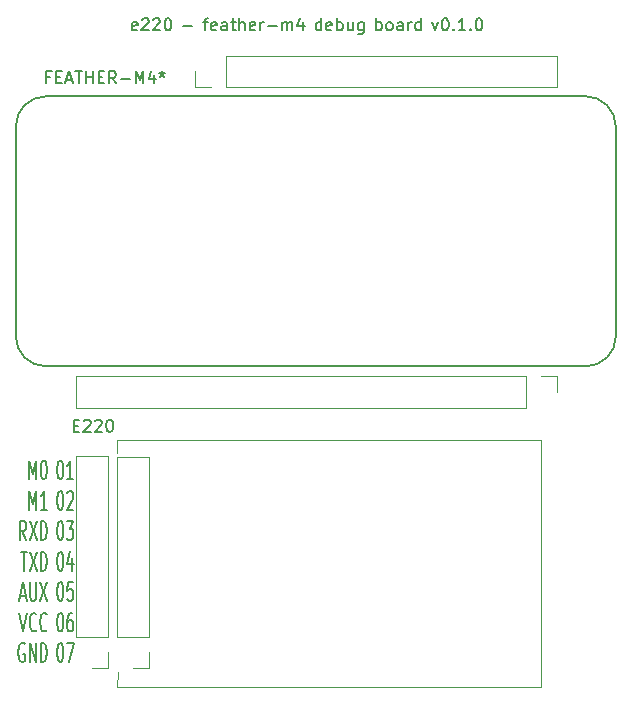
<source format=gbr>
%TF.GenerationSoftware,KiCad,Pcbnew,(7.0.0)*%
%TF.CreationDate,2023-02-28T10:19:26+09:00*%
%TF.ProjectId,feather-m4_e220_dbg_board,66656174-6865-4722-9d6d-345f65323230,0.1.1*%
%TF.SameCoordinates,Original*%
%TF.FileFunction,Legend,Top*%
%TF.FilePolarity,Positive*%
%FSLAX46Y46*%
G04 Gerber Fmt 4.6, Leading zero omitted, Abs format (unit mm)*
G04 Created by KiCad (PCBNEW (7.0.0)) date 2023-02-28 10:19:26*
%MOMM*%
%LPD*%
G01*
G04 APERTURE LIST*
%ADD10C,0.150000*%
%ADD11C,0.120000*%
%ADD12C,0.127000*%
%ADD13C,0.100000*%
G04 APERTURE END LIST*
D10*
X125574285Y-109899185D02*
X125574285Y-108309185D01*
X125574285Y-108309185D02*
X125874285Y-109444900D01*
X125874285Y-109444900D02*
X126174285Y-108309185D01*
X126174285Y-108309185D02*
X126174285Y-109899185D01*
X126774285Y-108309185D02*
X126859999Y-108309185D01*
X126859999Y-108309185D02*
X126945713Y-108384900D01*
X126945713Y-108384900D02*
X126988571Y-108460614D01*
X126988571Y-108460614D02*
X127031428Y-108612042D01*
X127031428Y-108612042D02*
X127074285Y-108914900D01*
X127074285Y-108914900D02*
X127074285Y-109293471D01*
X127074285Y-109293471D02*
X127031428Y-109596328D01*
X127031428Y-109596328D02*
X126988571Y-109747757D01*
X126988571Y-109747757D02*
X126945713Y-109823471D01*
X126945713Y-109823471D02*
X126859999Y-109899185D01*
X126859999Y-109899185D02*
X126774285Y-109899185D01*
X126774285Y-109899185D02*
X126688571Y-109823471D01*
X126688571Y-109823471D02*
X126645713Y-109747757D01*
X126645713Y-109747757D02*
X126602856Y-109596328D01*
X126602856Y-109596328D02*
X126559999Y-109293471D01*
X126559999Y-109293471D02*
X126559999Y-108914900D01*
X126559999Y-108914900D02*
X126602856Y-108612042D01*
X126602856Y-108612042D02*
X126645713Y-108460614D01*
X126645713Y-108460614D02*
X126688571Y-108384900D01*
X126688571Y-108384900D02*
X126774285Y-108309185D01*
X128171428Y-108309185D02*
X128257142Y-108309185D01*
X128257142Y-108309185D02*
X128342856Y-108384900D01*
X128342856Y-108384900D02*
X128385714Y-108460614D01*
X128385714Y-108460614D02*
X128428571Y-108612042D01*
X128428571Y-108612042D02*
X128471428Y-108914900D01*
X128471428Y-108914900D02*
X128471428Y-109293471D01*
X128471428Y-109293471D02*
X128428571Y-109596328D01*
X128428571Y-109596328D02*
X128385714Y-109747757D01*
X128385714Y-109747757D02*
X128342856Y-109823471D01*
X128342856Y-109823471D02*
X128257142Y-109899185D01*
X128257142Y-109899185D02*
X128171428Y-109899185D01*
X128171428Y-109899185D02*
X128085714Y-109823471D01*
X128085714Y-109823471D02*
X128042856Y-109747757D01*
X128042856Y-109747757D02*
X127999999Y-109596328D01*
X127999999Y-109596328D02*
X127957142Y-109293471D01*
X127957142Y-109293471D02*
X127957142Y-108914900D01*
X127957142Y-108914900D02*
X127999999Y-108612042D01*
X127999999Y-108612042D02*
X128042856Y-108460614D01*
X128042856Y-108460614D02*
X128085714Y-108384900D01*
X128085714Y-108384900D02*
X128171428Y-108309185D01*
X129328571Y-109899185D02*
X128814285Y-109899185D01*
X129071428Y-109899185D02*
X129071428Y-108309185D01*
X129071428Y-108309185D02*
X128985714Y-108536328D01*
X128985714Y-108536328D02*
X128899999Y-108687757D01*
X128899999Y-108687757D02*
X128814285Y-108763471D01*
X125574285Y-112474985D02*
X125574285Y-110884985D01*
X125574285Y-110884985D02*
X125874285Y-112020700D01*
X125874285Y-112020700D02*
X126174285Y-110884985D01*
X126174285Y-110884985D02*
X126174285Y-112474985D01*
X127074285Y-112474985D02*
X126559999Y-112474985D01*
X126817142Y-112474985D02*
X126817142Y-110884985D01*
X126817142Y-110884985D02*
X126731428Y-111112128D01*
X126731428Y-111112128D02*
X126645713Y-111263557D01*
X126645713Y-111263557D02*
X126559999Y-111339271D01*
X128171428Y-110884985D02*
X128257142Y-110884985D01*
X128257142Y-110884985D02*
X128342856Y-110960700D01*
X128342856Y-110960700D02*
X128385714Y-111036414D01*
X128385714Y-111036414D02*
X128428571Y-111187842D01*
X128428571Y-111187842D02*
X128471428Y-111490700D01*
X128471428Y-111490700D02*
X128471428Y-111869271D01*
X128471428Y-111869271D02*
X128428571Y-112172128D01*
X128428571Y-112172128D02*
X128385714Y-112323557D01*
X128385714Y-112323557D02*
X128342856Y-112399271D01*
X128342856Y-112399271D02*
X128257142Y-112474985D01*
X128257142Y-112474985D02*
X128171428Y-112474985D01*
X128171428Y-112474985D02*
X128085714Y-112399271D01*
X128085714Y-112399271D02*
X128042856Y-112323557D01*
X128042856Y-112323557D02*
X127999999Y-112172128D01*
X127999999Y-112172128D02*
X127957142Y-111869271D01*
X127957142Y-111869271D02*
X127957142Y-111490700D01*
X127957142Y-111490700D02*
X127999999Y-111187842D01*
X127999999Y-111187842D02*
X128042856Y-111036414D01*
X128042856Y-111036414D02*
X128085714Y-110960700D01*
X128085714Y-110960700D02*
X128171428Y-110884985D01*
X128814285Y-111036414D02*
X128857142Y-110960700D01*
X128857142Y-110960700D02*
X128942857Y-110884985D01*
X128942857Y-110884985D02*
X129157142Y-110884985D01*
X129157142Y-110884985D02*
X129242857Y-110960700D01*
X129242857Y-110960700D02*
X129285714Y-111036414D01*
X129285714Y-111036414D02*
X129328571Y-111187842D01*
X129328571Y-111187842D02*
X129328571Y-111339271D01*
X129328571Y-111339271D02*
X129285714Y-111566414D01*
X129285714Y-111566414D02*
X128771428Y-112474985D01*
X128771428Y-112474985D02*
X129328571Y-112474985D01*
X125317142Y-115050785D02*
X125017142Y-114293642D01*
X124802856Y-115050785D02*
X124802856Y-113460785D01*
X124802856Y-113460785D02*
X125145713Y-113460785D01*
X125145713Y-113460785D02*
X125231428Y-113536500D01*
X125231428Y-113536500D02*
X125274285Y-113612214D01*
X125274285Y-113612214D02*
X125317142Y-113763642D01*
X125317142Y-113763642D02*
X125317142Y-113990785D01*
X125317142Y-113990785D02*
X125274285Y-114142214D01*
X125274285Y-114142214D02*
X125231428Y-114217928D01*
X125231428Y-114217928D02*
X125145713Y-114293642D01*
X125145713Y-114293642D02*
X124802856Y-114293642D01*
X125617142Y-113460785D02*
X126217142Y-115050785D01*
X126217142Y-113460785D02*
X125617142Y-115050785D01*
X126559999Y-115050785D02*
X126559999Y-113460785D01*
X126559999Y-113460785D02*
X126774285Y-113460785D01*
X126774285Y-113460785D02*
X126902856Y-113536500D01*
X126902856Y-113536500D02*
X126988571Y-113687928D01*
X126988571Y-113687928D02*
X127031428Y-113839357D01*
X127031428Y-113839357D02*
X127074285Y-114142214D01*
X127074285Y-114142214D02*
X127074285Y-114369357D01*
X127074285Y-114369357D02*
X127031428Y-114672214D01*
X127031428Y-114672214D02*
X126988571Y-114823642D01*
X126988571Y-114823642D02*
X126902856Y-114975071D01*
X126902856Y-114975071D02*
X126774285Y-115050785D01*
X126774285Y-115050785D02*
X126559999Y-115050785D01*
X128171428Y-113460785D02*
X128257142Y-113460785D01*
X128257142Y-113460785D02*
X128342856Y-113536500D01*
X128342856Y-113536500D02*
X128385714Y-113612214D01*
X128385714Y-113612214D02*
X128428571Y-113763642D01*
X128428571Y-113763642D02*
X128471428Y-114066500D01*
X128471428Y-114066500D02*
X128471428Y-114445071D01*
X128471428Y-114445071D02*
X128428571Y-114747928D01*
X128428571Y-114747928D02*
X128385714Y-114899357D01*
X128385714Y-114899357D02*
X128342856Y-114975071D01*
X128342856Y-114975071D02*
X128257142Y-115050785D01*
X128257142Y-115050785D02*
X128171428Y-115050785D01*
X128171428Y-115050785D02*
X128085714Y-114975071D01*
X128085714Y-114975071D02*
X128042856Y-114899357D01*
X128042856Y-114899357D02*
X127999999Y-114747928D01*
X127999999Y-114747928D02*
X127957142Y-114445071D01*
X127957142Y-114445071D02*
X127957142Y-114066500D01*
X127957142Y-114066500D02*
X127999999Y-113763642D01*
X127999999Y-113763642D02*
X128042856Y-113612214D01*
X128042856Y-113612214D02*
X128085714Y-113536500D01*
X128085714Y-113536500D02*
X128171428Y-113460785D01*
X128771428Y-113460785D02*
X129328571Y-113460785D01*
X129328571Y-113460785D02*
X129028571Y-114066500D01*
X129028571Y-114066500D02*
X129157142Y-114066500D01*
X129157142Y-114066500D02*
X129242857Y-114142214D01*
X129242857Y-114142214D02*
X129285714Y-114217928D01*
X129285714Y-114217928D02*
X129328571Y-114369357D01*
X129328571Y-114369357D02*
X129328571Y-114747928D01*
X129328571Y-114747928D02*
X129285714Y-114899357D01*
X129285714Y-114899357D02*
X129242857Y-114975071D01*
X129242857Y-114975071D02*
X129157142Y-115050785D01*
X129157142Y-115050785D02*
X128899999Y-115050785D01*
X128899999Y-115050785D02*
X128814285Y-114975071D01*
X128814285Y-114975071D02*
X128771428Y-114899357D01*
X124888571Y-116036585D02*
X125402857Y-116036585D01*
X125145714Y-117626585D02*
X125145714Y-116036585D01*
X125617142Y-116036585D02*
X126217142Y-117626585D01*
X126217142Y-116036585D02*
X125617142Y-117626585D01*
X126559999Y-117626585D02*
X126559999Y-116036585D01*
X126559999Y-116036585D02*
X126774285Y-116036585D01*
X126774285Y-116036585D02*
X126902856Y-116112300D01*
X126902856Y-116112300D02*
X126988571Y-116263728D01*
X126988571Y-116263728D02*
X127031428Y-116415157D01*
X127031428Y-116415157D02*
X127074285Y-116718014D01*
X127074285Y-116718014D02*
X127074285Y-116945157D01*
X127074285Y-116945157D02*
X127031428Y-117248014D01*
X127031428Y-117248014D02*
X126988571Y-117399442D01*
X126988571Y-117399442D02*
X126902856Y-117550871D01*
X126902856Y-117550871D02*
X126774285Y-117626585D01*
X126774285Y-117626585D02*
X126559999Y-117626585D01*
X128171428Y-116036585D02*
X128257142Y-116036585D01*
X128257142Y-116036585D02*
X128342856Y-116112300D01*
X128342856Y-116112300D02*
X128385714Y-116188014D01*
X128385714Y-116188014D02*
X128428571Y-116339442D01*
X128428571Y-116339442D02*
X128471428Y-116642300D01*
X128471428Y-116642300D02*
X128471428Y-117020871D01*
X128471428Y-117020871D02*
X128428571Y-117323728D01*
X128428571Y-117323728D02*
X128385714Y-117475157D01*
X128385714Y-117475157D02*
X128342856Y-117550871D01*
X128342856Y-117550871D02*
X128257142Y-117626585D01*
X128257142Y-117626585D02*
X128171428Y-117626585D01*
X128171428Y-117626585D02*
X128085714Y-117550871D01*
X128085714Y-117550871D02*
X128042856Y-117475157D01*
X128042856Y-117475157D02*
X127999999Y-117323728D01*
X127999999Y-117323728D02*
X127957142Y-117020871D01*
X127957142Y-117020871D02*
X127957142Y-116642300D01*
X127957142Y-116642300D02*
X127999999Y-116339442D01*
X127999999Y-116339442D02*
X128042856Y-116188014D01*
X128042856Y-116188014D02*
X128085714Y-116112300D01*
X128085714Y-116112300D02*
X128171428Y-116036585D01*
X129242857Y-116566585D02*
X129242857Y-117626585D01*
X129028571Y-115960871D02*
X128814285Y-117096585D01*
X128814285Y-117096585D02*
X129371428Y-117096585D01*
X124845713Y-119748100D02*
X125274285Y-119748100D01*
X124759999Y-120202385D02*
X125059999Y-118612385D01*
X125059999Y-118612385D02*
X125359999Y-120202385D01*
X125659999Y-118612385D02*
X125659999Y-119899528D01*
X125659999Y-119899528D02*
X125702856Y-120050957D01*
X125702856Y-120050957D02*
X125745714Y-120126671D01*
X125745714Y-120126671D02*
X125831428Y-120202385D01*
X125831428Y-120202385D02*
X126002856Y-120202385D01*
X126002856Y-120202385D02*
X126088571Y-120126671D01*
X126088571Y-120126671D02*
X126131428Y-120050957D01*
X126131428Y-120050957D02*
X126174285Y-119899528D01*
X126174285Y-119899528D02*
X126174285Y-118612385D01*
X126517142Y-118612385D02*
X127117142Y-120202385D01*
X127117142Y-118612385D02*
X126517142Y-120202385D01*
X128171428Y-118612385D02*
X128257142Y-118612385D01*
X128257142Y-118612385D02*
X128342856Y-118688100D01*
X128342856Y-118688100D02*
X128385714Y-118763814D01*
X128385714Y-118763814D02*
X128428571Y-118915242D01*
X128428571Y-118915242D02*
X128471428Y-119218100D01*
X128471428Y-119218100D02*
X128471428Y-119596671D01*
X128471428Y-119596671D02*
X128428571Y-119899528D01*
X128428571Y-119899528D02*
X128385714Y-120050957D01*
X128385714Y-120050957D02*
X128342856Y-120126671D01*
X128342856Y-120126671D02*
X128257142Y-120202385D01*
X128257142Y-120202385D02*
X128171428Y-120202385D01*
X128171428Y-120202385D02*
X128085714Y-120126671D01*
X128085714Y-120126671D02*
X128042856Y-120050957D01*
X128042856Y-120050957D02*
X127999999Y-119899528D01*
X127999999Y-119899528D02*
X127957142Y-119596671D01*
X127957142Y-119596671D02*
X127957142Y-119218100D01*
X127957142Y-119218100D02*
X127999999Y-118915242D01*
X127999999Y-118915242D02*
X128042856Y-118763814D01*
X128042856Y-118763814D02*
X128085714Y-118688100D01*
X128085714Y-118688100D02*
X128171428Y-118612385D01*
X129285714Y-118612385D02*
X128857142Y-118612385D01*
X128857142Y-118612385D02*
X128814285Y-119369528D01*
X128814285Y-119369528D02*
X128857142Y-119293814D01*
X128857142Y-119293814D02*
X128942857Y-119218100D01*
X128942857Y-119218100D02*
X129157142Y-119218100D01*
X129157142Y-119218100D02*
X129242857Y-119293814D01*
X129242857Y-119293814D02*
X129285714Y-119369528D01*
X129285714Y-119369528D02*
X129328571Y-119520957D01*
X129328571Y-119520957D02*
X129328571Y-119899528D01*
X129328571Y-119899528D02*
X129285714Y-120050957D01*
X129285714Y-120050957D02*
X129242857Y-120126671D01*
X129242857Y-120126671D02*
X129157142Y-120202385D01*
X129157142Y-120202385D02*
X128942857Y-120202385D01*
X128942857Y-120202385D02*
X128857142Y-120126671D01*
X128857142Y-120126671D02*
X128814285Y-120050957D01*
X124759999Y-121188185D02*
X125059999Y-122778185D01*
X125059999Y-122778185D02*
X125359999Y-121188185D01*
X126174285Y-122626757D02*
X126131428Y-122702471D01*
X126131428Y-122702471D02*
X126002856Y-122778185D01*
X126002856Y-122778185D02*
X125917142Y-122778185D01*
X125917142Y-122778185D02*
X125788571Y-122702471D01*
X125788571Y-122702471D02*
X125702856Y-122551042D01*
X125702856Y-122551042D02*
X125659999Y-122399614D01*
X125659999Y-122399614D02*
X125617142Y-122096757D01*
X125617142Y-122096757D02*
X125617142Y-121869614D01*
X125617142Y-121869614D02*
X125659999Y-121566757D01*
X125659999Y-121566757D02*
X125702856Y-121415328D01*
X125702856Y-121415328D02*
X125788571Y-121263900D01*
X125788571Y-121263900D02*
X125917142Y-121188185D01*
X125917142Y-121188185D02*
X126002856Y-121188185D01*
X126002856Y-121188185D02*
X126131428Y-121263900D01*
X126131428Y-121263900D02*
X126174285Y-121339614D01*
X127074285Y-122626757D02*
X127031428Y-122702471D01*
X127031428Y-122702471D02*
X126902856Y-122778185D01*
X126902856Y-122778185D02*
X126817142Y-122778185D01*
X126817142Y-122778185D02*
X126688571Y-122702471D01*
X126688571Y-122702471D02*
X126602856Y-122551042D01*
X126602856Y-122551042D02*
X126559999Y-122399614D01*
X126559999Y-122399614D02*
X126517142Y-122096757D01*
X126517142Y-122096757D02*
X126517142Y-121869614D01*
X126517142Y-121869614D02*
X126559999Y-121566757D01*
X126559999Y-121566757D02*
X126602856Y-121415328D01*
X126602856Y-121415328D02*
X126688571Y-121263900D01*
X126688571Y-121263900D02*
X126817142Y-121188185D01*
X126817142Y-121188185D02*
X126902856Y-121188185D01*
X126902856Y-121188185D02*
X127031428Y-121263900D01*
X127031428Y-121263900D02*
X127074285Y-121339614D01*
X128171428Y-121188185D02*
X128257142Y-121188185D01*
X128257142Y-121188185D02*
X128342856Y-121263900D01*
X128342856Y-121263900D02*
X128385714Y-121339614D01*
X128385714Y-121339614D02*
X128428571Y-121491042D01*
X128428571Y-121491042D02*
X128471428Y-121793900D01*
X128471428Y-121793900D02*
X128471428Y-122172471D01*
X128471428Y-122172471D02*
X128428571Y-122475328D01*
X128428571Y-122475328D02*
X128385714Y-122626757D01*
X128385714Y-122626757D02*
X128342856Y-122702471D01*
X128342856Y-122702471D02*
X128257142Y-122778185D01*
X128257142Y-122778185D02*
X128171428Y-122778185D01*
X128171428Y-122778185D02*
X128085714Y-122702471D01*
X128085714Y-122702471D02*
X128042856Y-122626757D01*
X128042856Y-122626757D02*
X127999999Y-122475328D01*
X127999999Y-122475328D02*
X127957142Y-122172471D01*
X127957142Y-122172471D02*
X127957142Y-121793900D01*
X127957142Y-121793900D02*
X127999999Y-121491042D01*
X127999999Y-121491042D02*
X128042856Y-121339614D01*
X128042856Y-121339614D02*
X128085714Y-121263900D01*
X128085714Y-121263900D02*
X128171428Y-121188185D01*
X129242857Y-121188185D02*
X129071428Y-121188185D01*
X129071428Y-121188185D02*
X128985714Y-121263900D01*
X128985714Y-121263900D02*
X128942857Y-121339614D01*
X128942857Y-121339614D02*
X128857142Y-121566757D01*
X128857142Y-121566757D02*
X128814285Y-121869614D01*
X128814285Y-121869614D02*
X128814285Y-122475328D01*
X128814285Y-122475328D02*
X128857142Y-122626757D01*
X128857142Y-122626757D02*
X128899999Y-122702471D01*
X128899999Y-122702471D02*
X128985714Y-122778185D01*
X128985714Y-122778185D02*
X129157142Y-122778185D01*
X129157142Y-122778185D02*
X129242857Y-122702471D01*
X129242857Y-122702471D02*
X129285714Y-122626757D01*
X129285714Y-122626757D02*
X129328571Y-122475328D01*
X129328571Y-122475328D02*
X129328571Y-122096757D01*
X129328571Y-122096757D02*
X129285714Y-121945328D01*
X129285714Y-121945328D02*
X129242857Y-121869614D01*
X129242857Y-121869614D02*
X129157142Y-121793900D01*
X129157142Y-121793900D02*
X128985714Y-121793900D01*
X128985714Y-121793900D02*
X128899999Y-121869614D01*
X128899999Y-121869614D02*
X128857142Y-121945328D01*
X128857142Y-121945328D02*
X128814285Y-122096757D01*
X125188571Y-123839700D02*
X125102857Y-123763985D01*
X125102857Y-123763985D02*
X124974285Y-123763985D01*
X124974285Y-123763985D02*
X124845714Y-123839700D01*
X124845714Y-123839700D02*
X124759999Y-123991128D01*
X124759999Y-123991128D02*
X124717142Y-124142557D01*
X124717142Y-124142557D02*
X124674285Y-124445414D01*
X124674285Y-124445414D02*
X124674285Y-124672557D01*
X124674285Y-124672557D02*
X124717142Y-124975414D01*
X124717142Y-124975414D02*
X124759999Y-125126842D01*
X124759999Y-125126842D02*
X124845714Y-125278271D01*
X124845714Y-125278271D02*
X124974285Y-125353985D01*
X124974285Y-125353985D02*
X125059999Y-125353985D01*
X125059999Y-125353985D02*
X125188571Y-125278271D01*
X125188571Y-125278271D02*
X125231428Y-125202557D01*
X125231428Y-125202557D02*
X125231428Y-124672557D01*
X125231428Y-124672557D02*
X125059999Y-124672557D01*
X125617142Y-125353985D02*
X125617142Y-123763985D01*
X125617142Y-123763985D02*
X126131428Y-125353985D01*
X126131428Y-125353985D02*
X126131428Y-123763985D01*
X126559999Y-125353985D02*
X126559999Y-123763985D01*
X126559999Y-123763985D02*
X126774285Y-123763985D01*
X126774285Y-123763985D02*
X126902856Y-123839700D01*
X126902856Y-123839700D02*
X126988571Y-123991128D01*
X126988571Y-123991128D02*
X127031428Y-124142557D01*
X127031428Y-124142557D02*
X127074285Y-124445414D01*
X127074285Y-124445414D02*
X127074285Y-124672557D01*
X127074285Y-124672557D02*
X127031428Y-124975414D01*
X127031428Y-124975414D02*
X126988571Y-125126842D01*
X126988571Y-125126842D02*
X126902856Y-125278271D01*
X126902856Y-125278271D02*
X126774285Y-125353985D01*
X126774285Y-125353985D02*
X126559999Y-125353985D01*
X128171428Y-123763985D02*
X128257142Y-123763985D01*
X128257142Y-123763985D02*
X128342856Y-123839700D01*
X128342856Y-123839700D02*
X128385714Y-123915414D01*
X128385714Y-123915414D02*
X128428571Y-124066842D01*
X128428571Y-124066842D02*
X128471428Y-124369700D01*
X128471428Y-124369700D02*
X128471428Y-124748271D01*
X128471428Y-124748271D02*
X128428571Y-125051128D01*
X128428571Y-125051128D02*
X128385714Y-125202557D01*
X128385714Y-125202557D02*
X128342856Y-125278271D01*
X128342856Y-125278271D02*
X128257142Y-125353985D01*
X128257142Y-125353985D02*
X128171428Y-125353985D01*
X128171428Y-125353985D02*
X128085714Y-125278271D01*
X128085714Y-125278271D02*
X128042856Y-125202557D01*
X128042856Y-125202557D02*
X127999999Y-125051128D01*
X127999999Y-125051128D02*
X127957142Y-124748271D01*
X127957142Y-124748271D02*
X127957142Y-124369700D01*
X127957142Y-124369700D02*
X127999999Y-124066842D01*
X127999999Y-124066842D02*
X128042856Y-123915414D01*
X128042856Y-123915414D02*
X128085714Y-123839700D01*
X128085714Y-123839700D02*
X128171428Y-123763985D01*
X128771428Y-123763985D02*
X129371428Y-123763985D01*
X129371428Y-123763985D02*
X128985714Y-125353985D01*
X134709047Y-71824761D02*
X134613809Y-71872380D01*
X134613809Y-71872380D02*
X134423333Y-71872380D01*
X134423333Y-71872380D02*
X134328095Y-71824761D01*
X134328095Y-71824761D02*
X134280476Y-71729523D01*
X134280476Y-71729523D02*
X134280476Y-71348571D01*
X134280476Y-71348571D02*
X134328095Y-71253333D01*
X134328095Y-71253333D02*
X134423333Y-71205714D01*
X134423333Y-71205714D02*
X134613809Y-71205714D01*
X134613809Y-71205714D02*
X134709047Y-71253333D01*
X134709047Y-71253333D02*
X134756666Y-71348571D01*
X134756666Y-71348571D02*
X134756666Y-71443809D01*
X134756666Y-71443809D02*
X134280476Y-71539047D01*
X135137619Y-70967619D02*
X135185238Y-70920000D01*
X135185238Y-70920000D02*
X135280476Y-70872380D01*
X135280476Y-70872380D02*
X135518571Y-70872380D01*
X135518571Y-70872380D02*
X135613809Y-70920000D01*
X135613809Y-70920000D02*
X135661428Y-70967619D01*
X135661428Y-70967619D02*
X135709047Y-71062857D01*
X135709047Y-71062857D02*
X135709047Y-71158095D01*
X135709047Y-71158095D02*
X135661428Y-71300952D01*
X135661428Y-71300952D02*
X135090000Y-71872380D01*
X135090000Y-71872380D02*
X135709047Y-71872380D01*
X136090000Y-70967619D02*
X136137619Y-70920000D01*
X136137619Y-70920000D02*
X136232857Y-70872380D01*
X136232857Y-70872380D02*
X136470952Y-70872380D01*
X136470952Y-70872380D02*
X136566190Y-70920000D01*
X136566190Y-70920000D02*
X136613809Y-70967619D01*
X136613809Y-70967619D02*
X136661428Y-71062857D01*
X136661428Y-71062857D02*
X136661428Y-71158095D01*
X136661428Y-71158095D02*
X136613809Y-71300952D01*
X136613809Y-71300952D02*
X136042381Y-71872380D01*
X136042381Y-71872380D02*
X136661428Y-71872380D01*
X137280476Y-70872380D02*
X137375714Y-70872380D01*
X137375714Y-70872380D02*
X137470952Y-70920000D01*
X137470952Y-70920000D02*
X137518571Y-70967619D01*
X137518571Y-70967619D02*
X137566190Y-71062857D01*
X137566190Y-71062857D02*
X137613809Y-71253333D01*
X137613809Y-71253333D02*
X137613809Y-71491428D01*
X137613809Y-71491428D02*
X137566190Y-71681904D01*
X137566190Y-71681904D02*
X137518571Y-71777142D01*
X137518571Y-71777142D02*
X137470952Y-71824761D01*
X137470952Y-71824761D02*
X137375714Y-71872380D01*
X137375714Y-71872380D02*
X137280476Y-71872380D01*
X137280476Y-71872380D02*
X137185238Y-71824761D01*
X137185238Y-71824761D02*
X137137619Y-71777142D01*
X137137619Y-71777142D02*
X137090000Y-71681904D01*
X137090000Y-71681904D02*
X137042381Y-71491428D01*
X137042381Y-71491428D02*
X137042381Y-71253333D01*
X137042381Y-71253333D02*
X137090000Y-71062857D01*
X137090000Y-71062857D02*
X137137619Y-70967619D01*
X137137619Y-70967619D02*
X137185238Y-70920000D01*
X137185238Y-70920000D02*
X137280476Y-70872380D01*
X138642381Y-71491428D02*
X139404286Y-71491428D01*
X140337619Y-71205714D02*
X140718571Y-71205714D01*
X140480476Y-71872380D02*
X140480476Y-71015238D01*
X140480476Y-71015238D02*
X140528095Y-70920000D01*
X140528095Y-70920000D02*
X140623333Y-70872380D01*
X140623333Y-70872380D02*
X140718571Y-70872380D01*
X141432857Y-71824761D02*
X141337619Y-71872380D01*
X141337619Y-71872380D02*
X141147143Y-71872380D01*
X141147143Y-71872380D02*
X141051905Y-71824761D01*
X141051905Y-71824761D02*
X141004286Y-71729523D01*
X141004286Y-71729523D02*
X141004286Y-71348571D01*
X141004286Y-71348571D02*
X141051905Y-71253333D01*
X141051905Y-71253333D02*
X141147143Y-71205714D01*
X141147143Y-71205714D02*
X141337619Y-71205714D01*
X141337619Y-71205714D02*
X141432857Y-71253333D01*
X141432857Y-71253333D02*
X141480476Y-71348571D01*
X141480476Y-71348571D02*
X141480476Y-71443809D01*
X141480476Y-71443809D02*
X141004286Y-71539047D01*
X142337619Y-71872380D02*
X142337619Y-71348571D01*
X142337619Y-71348571D02*
X142290000Y-71253333D01*
X142290000Y-71253333D02*
X142194762Y-71205714D01*
X142194762Y-71205714D02*
X142004286Y-71205714D01*
X142004286Y-71205714D02*
X141909048Y-71253333D01*
X142337619Y-71824761D02*
X142242381Y-71872380D01*
X142242381Y-71872380D02*
X142004286Y-71872380D01*
X142004286Y-71872380D02*
X141909048Y-71824761D01*
X141909048Y-71824761D02*
X141861429Y-71729523D01*
X141861429Y-71729523D02*
X141861429Y-71634285D01*
X141861429Y-71634285D02*
X141909048Y-71539047D01*
X141909048Y-71539047D02*
X142004286Y-71491428D01*
X142004286Y-71491428D02*
X142242381Y-71491428D01*
X142242381Y-71491428D02*
X142337619Y-71443809D01*
X142670953Y-71205714D02*
X143051905Y-71205714D01*
X142813810Y-70872380D02*
X142813810Y-71729523D01*
X142813810Y-71729523D02*
X142861429Y-71824761D01*
X142861429Y-71824761D02*
X142956667Y-71872380D01*
X142956667Y-71872380D02*
X143051905Y-71872380D01*
X143385239Y-71872380D02*
X143385239Y-70872380D01*
X143813810Y-71872380D02*
X143813810Y-71348571D01*
X143813810Y-71348571D02*
X143766191Y-71253333D01*
X143766191Y-71253333D02*
X143670953Y-71205714D01*
X143670953Y-71205714D02*
X143528096Y-71205714D01*
X143528096Y-71205714D02*
X143432858Y-71253333D01*
X143432858Y-71253333D02*
X143385239Y-71300952D01*
X144670953Y-71824761D02*
X144575715Y-71872380D01*
X144575715Y-71872380D02*
X144385239Y-71872380D01*
X144385239Y-71872380D02*
X144290001Y-71824761D01*
X144290001Y-71824761D02*
X144242382Y-71729523D01*
X144242382Y-71729523D02*
X144242382Y-71348571D01*
X144242382Y-71348571D02*
X144290001Y-71253333D01*
X144290001Y-71253333D02*
X144385239Y-71205714D01*
X144385239Y-71205714D02*
X144575715Y-71205714D01*
X144575715Y-71205714D02*
X144670953Y-71253333D01*
X144670953Y-71253333D02*
X144718572Y-71348571D01*
X144718572Y-71348571D02*
X144718572Y-71443809D01*
X144718572Y-71443809D02*
X144242382Y-71539047D01*
X145147144Y-71872380D02*
X145147144Y-71205714D01*
X145147144Y-71396190D02*
X145194763Y-71300952D01*
X145194763Y-71300952D02*
X145242382Y-71253333D01*
X145242382Y-71253333D02*
X145337620Y-71205714D01*
X145337620Y-71205714D02*
X145432858Y-71205714D01*
X145766192Y-71491428D02*
X146528097Y-71491428D01*
X147004287Y-71872380D02*
X147004287Y-71205714D01*
X147004287Y-71300952D02*
X147051906Y-71253333D01*
X147051906Y-71253333D02*
X147147144Y-71205714D01*
X147147144Y-71205714D02*
X147290001Y-71205714D01*
X147290001Y-71205714D02*
X147385239Y-71253333D01*
X147385239Y-71253333D02*
X147432858Y-71348571D01*
X147432858Y-71348571D02*
X147432858Y-71872380D01*
X147432858Y-71348571D02*
X147480477Y-71253333D01*
X147480477Y-71253333D02*
X147575715Y-71205714D01*
X147575715Y-71205714D02*
X147718572Y-71205714D01*
X147718572Y-71205714D02*
X147813811Y-71253333D01*
X147813811Y-71253333D02*
X147861430Y-71348571D01*
X147861430Y-71348571D02*
X147861430Y-71872380D01*
X148766191Y-71205714D02*
X148766191Y-71872380D01*
X148528096Y-70824761D02*
X148290001Y-71539047D01*
X148290001Y-71539047D02*
X148909048Y-71539047D01*
X150318572Y-71872380D02*
X150318572Y-70872380D01*
X150318572Y-71824761D02*
X150223334Y-71872380D01*
X150223334Y-71872380D02*
X150032858Y-71872380D01*
X150032858Y-71872380D02*
X149937620Y-71824761D01*
X149937620Y-71824761D02*
X149890001Y-71777142D01*
X149890001Y-71777142D02*
X149842382Y-71681904D01*
X149842382Y-71681904D02*
X149842382Y-71396190D01*
X149842382Y-71396190D02*
X149890001Y-71300952D01*
X149890001Y-71300952D02*
X149937620Y-71253333D01*
X149937620Y-71253333D02*
X150032858Y-71205714D01*
X150032858Y-71205714D02*
X150223334Y-71205714D01*
X150223334Y-71205714D02*
X150318572Y-71253333D01*
X151175715Y-71824761D02*
X151080477Y-71872380D01*
X151080477Y-71872380D02*
X150890001Y-71872380D01*
X150890001Y-71872380D02*
X150794763Y-71824761D01*
X150794763Y-71824761D02*
X150747144Y-71729523D01*
X150747144Y-71729523D02*
X150747144Y-71348571D01*
X150747144Y-71348571D02*
X150794763Y-71253333D01*
X150794763Y-71253333D02*
X150890001Y-71205714D01*
X150890001Y-71205714D02*
X151080477Y-71205714D01*
X151080477Y-71205714D02*
X151175715Y-71253333D01*
X151175715Y-71253333D02*
X151223334Y-71348571D01*
X151223334Y-71348571D02*
X151223334Y-71443809D01*
X151223334Y-71443809D02*
X150747144Y-71539047D01*
X151651906Y-71872380D02*
X151651906Y-70872380D01*
X151651906Y-71253333D02*
X151747144Y-71205714D01*
X151747144Y-71205714D02*
X151937620Y-71205714D01*
X151937620Y-71205714D02*
X152032858Y-71253333D01*
X152032858Y-71253333D02*
X152080477Y-71300952D01*
X152080477Y-71300952D02*
X152128096Y-71396190D01*
X152128096Y-71396190D02*
X152128096Y-71681904D01*
X152128096Y-71681904D02*
X152080477Y-71777142D01*
X152080477Y-71777142D02*
X152032858Y-71824761D01*
X152032858Y-71824761D02*
X151937620Y-71872380D01*
X151937620Y-71872380D02*
X151747144Y-71872380D01*
X151747144Y-71872380D02*
X151651906Y-71824761D01*
X152985239Y-71205714D02*
X152985239Y-71872380D01*
X152556668Y-71205714D02*
X152556668Y-71729523D01*
X152556668Y-71729523D02*
X152604287Y-71824761D01*
X152604287Y-71824761D02*
X152699525Y-71872380D01*
X152699525Y-71872380D02*
X152842382Y-71872380D01*
X152842382Y-71872380D02*
X152937620Y-71824761D01*
X152937620Y-71824761D02*
X152985239Y-71777142D01*
X153890001Y-71205714D02*
X153890001Y-72015238D01*
X153890001Y-72015238D02*
X153842382Y-72110476D01*
X153842382Y-72110476D02*
X153794763Y-72158095D01*
X153794763Y-72158095D02*
X153699525Y-72205714D01*
X153699525Y-72205714D02*
X153556668Y-72205714D01*
X153556668Y-72205714D02*
X153461430Y-72158095D01*
X153890001Y-71824761D02*
X153794763Y-71872380D01*
X153794763Y-71872380D02*
X153604287Y-71872380D01*
X153604287Y-71872380D02*
X153509049Y-71824761D01*
X153509049Y-71824761D02*
X153461430Y-71777142D01*
X153461430Y-71777142D02*
X153413811Y-71681904D01*
X153413811Y-71681904D02*
X153413811Y-71396190D01*
X153413811Y-71396190D02*
X153461430Y-71300952D01*
X153461430Y-71300952D02*
X153509049Y-71253333D01*
X153509049Y-71253333D02*
X153604287Y-71205714D01*
X153604287Y-71205714D02*
X153794763Y-71205714D01*
X153794763Y-71205714D02*
X153890001Y-71253333D01*
X154966192Y-71872380D02*
X154966192Y-70872380D01*
X154966192Y-71253333D02*
X155061430Y-71205714D01*
X155061430Y-71205714D02*
X155251906Y-71205714D01*
X155251906Y-71205714D02*
X155347144Y-71253333D01*
X155347144Y-71253333D02*
X155394763Y-71300952D01*
X155394763Y-71300952D02*
X155442382Y-71396190D01*
X155442382Y-71396190D02*
X155442382Y-71681904D01*
X155442382Y-71681904D02*
X155394763Y-71777142D01*
X155394763Y-71777142D02*
X155347144Y-71824761D01*
X155347144Y-71824761D02*
X155251906Y-71872380D01*
X155251906Y-71872380D02*
X155061430Y-71872380D01*
X155061430Y-71872380D02*
X154966192Y-71824761D01*
X156013811Y-71872380D02*
X155918573Y-71824761D01*
X155918573Y-71824761D02*
X155870954Y-71777142D01*
X155870954Y-71777142D02*
X155823335Y-71681904D01*
X155823335Y-71681904D02*
X155823335Y-71396190D01*
X155823335Y-71396190D02*
X155870954Y-71300952D01*
X155870954Y-71300952D02*
X155918573Y-71253333D01*
X155918573Y-71253333D02*
X156013811Y-71205714D01*
X156013811Y-71205714D02*
X156156668Y-71205714D01*
X156156668Y-71205714D02*
X156251906Y-71253333D01*
X156251906Y-71253333D02*
X156299525Y-71300952D01*
X156299525Y-71300952D02*
X156347144Y-71396190D01*
X156347144Y-71396190D02*
X156347144Y-71681904D01*
X156347144Y-71681904D02*
X156299525Y-71777142D01*
X156299525Y-71777142D02*
X156251906Y-71824761D01*
X156251906Y-71824761D02*
X156156668Y-71872380D01*
X156156668Y-71872380D02*
X156013811Y-71872380D01*
X157204287Y-71872380D02*
X157204287Y-71348571D01*
X157204287Y-71348571D02*
X157156668Y-71253333D01*
X157156668Y-71253333D02*
X157061430Y-71205714D01*
X157061430Y-71205714D02*
X156870954Y-71205714D01*
X156870954Y-71205714D02*
X156775716Y-71253333D01*
X157204287Y-71824761D02*
X157109049Y-71872380D01*
X157109049Y-71872380D02*
X156870954Y-71872380D01*
X156870954Y-71872380D02*
X156775716Y-71824761D01*
X156775716Y-71824761D02*
X156728097Y-71729523D01*
X156728097Y-71729523D02*
X156728097Y-71634285D01*
X156728097Y-71634285D02*
X156775716Y-71539047D01*
X156775716Y-71539047D02*
X156870954Y-71491428D01*
X156870954Y-71491428D02*
X157109049Y-71491428D01*
X157109049Y-71491428D02*
X157204287Y-71443809D01*
X157680478Y-71872380D02*
X157680478Y-71205714D01*
X157680478Y-71396190D02*
X157728097Y-71300952D01*
X157728097Y-71300952D02*
X157775716Y-71253333D01*
X157775716Y-71253333D02*
X157870954Y-71205714D01*
X157870954Y-71205714D02*
X157966192Y-71205714D01*
X158728097Y-71872380D02*
X158728097Y-70872380D01*
X158728097Y-71824761D02*
X158632859Y-71872380D01*
X158632859Y-71872380D02*
X158442383Y-71872380D01*
X158442383Y-71872380D02*
X158347145Y-71824761D01*
X158347145Y-71824761D02*
X158299526Y-71777142D01*
X158299526Y-71777142D02*
X158251907Y-71681904D01*
X158251907Y-71681904D02*
X158251907Y-71396190D01*
X158251907Y-71396190D02*
X158299526Y-71300952D01*
X158299526Y-71300952D02*
X158347145Y-71253333D01*
X158347145Y-71253333D02*
X158442383Y-71205714D01*
X158442383Y-71205714D02*
X158632859Y-71205714D01*
X158632859Y-71205714D02*
X158728097Y-71253333D01*
X159709050Y-71205714D02*
X159947145Y-71872380D01*
X159947145Y-71872380D02*
X160185240Y-71205714D01*
X160756669Y-70872380D02*
X160851907Y-70872380D01*
X160851907Y-70872380D02*
X160947145Y-70920000D01*
X160947145Y-70920000D02*
X160994764Y-70967619D01*
X160994764Y-70967619D02*
X161042383Y-71062857D01*
X161042383Y-71062857D02*
X161090002Y-71253333D01*
X161090002Y-71253333D02*
X161090002Y-71491428D01*
X161090002Y-71491428D02*
X161042383Y-71681904D01*
X161042383Y-71681904D02*
X160994764Y-71777142D01*
X160994764Y-71777142D02*
X160947145Y-71824761D01*
X160947145Y-71824761D02*
X160851907Y-71872380D01*
X160851907Y-71872380D02*
X160756669Y-71872380D01*
X160756669Y-71872380D02*
X160661431Y-71824761D01*
X160661431Y-71824761D02*
X160613812Y-71777142D01*
X160613812Y-71777142D02*
X160566193Y-71681904D01*
X160566193Y-71681904D02*
X160518574Y-71491428D01*
X160518574Y-71491428D02*
X160518574Y-71253333D01*
X160518574Y-71253333D02*
X160566193Y-71062857D01*
X160566193Y-71062857D02*
X160613812Y-70967619D01*
X160613812Y-70967619D02*
X160661431Y-70920000D01*
X160661431Y-70920000D02*
X160756669Y-70872380D01*
X161518574Y-71777142D02*
X161566193Y-71824761D01*
X161566193Y-71824761D02*
X161518574Y-71872380D01*
X161518574Y-71872380D02*
X161470955Y-71824761D01*
X161470955Y-71824761D02*
X161518574Y-71777142D01*
X161518574Y-71777142D02*
X161518574Y-71872380D01*
X162518573Y-71872380D02*
X161947145Y-71872380D01*
X162232859Y-71872380D02*
X162232859Y-70872380D01*
X162232859Y-70872380D02*
X162137621Y-71015238D01*
X162137621Y-71015238D02*
X162042383Y-71110476D01*
X162042383Y-71110476D02*
X161947145Y-71158095D01*
X162947145Y-71777142D02*
X162994764Y-71824761D01*
X162994764Y-71824761D02*
X162947145Y-71872380D01*
X162947145Y-71872380D02*
X162899526Y-71824761D01*
X162899526Y-71824761D02*
X162947145Y-71777142D01*
X162947145Y-71777142D02*
X162947145Y-71872380D01*
X163613811Y-70872380D02*
X163709049Y-70872380D01*
X163709049Y-70872380D02*
X163804287Y-70920000D01*
X163804287Y-70920000D02*
X163851906Y-70967619D01*
X163851906Y-70967619D02*
X163899525Y-71062857D01*
X163899525Y-71062857D02*
X163947144Y-71253333D01*
X163947144Y-71253333D02*
X163947144Y-71491428D01*
X163947144Y-71491428D02*
X163899525Y-71681904D01*
X163899525Y-71681904D02*
X163851906Y-71777142D01*
X163851906Y-71777142D02*
X163804287Y-71824761D01*
X163804287Y-71824761D02*
X163709049Y-71872380D01*
X163709049Y-71872380D02*
X163613811Y-71872380D01*
X163613811Y-71872380D02*
X163518573Y-71824761D01*
X163518573Y-71824761D02*
X163470954Y-71777142D01*
X163470954Y-71777142D02*
X163423335Y-71681904D01*
X163423335Y-71681904D02*
X163375716Y-71491428D01*
X163375716Y-71491428D02*
X163375716Y-71253333D01*
X163375716Y-71253333D02*
X163423335Y-71062857D01*
X163423335Y-71062857D02*
X163470954Y-70967619D01*
X163470954Y-70967619D02*
X163518573Y-70920000D01*
X163518573Y-70920000D02*
X163613811Y-70872380D01*
%TO.C,FEATHER-M4\u002A*%
X127357142Y-75843571D02*
X127023809Y-75843571D01*
X127023809Y-76367380D02*
X127023809Y-75367380D01*
X127023809Y-75367380D02*
X127499999Y-75367380D01*
X127880952Y-75843571D02*
X128214285Y-75843571D01*
X128357142Y-76367380D02*
X127880952Y-76367380D01*
X127880952Y-76367380D02*
X127880952Y-75367380D01*
X127880952Y-75367380D02*
X128357142Y-75367380D01*
X128738095Y-76081666D02*
X129214285Y-76081666D01*
X128642857Y-76367380D02*
X128976190Y-75367380D01*
X128976190Y-75367380D02*
X129309523Y-76367380D01*
X129500000Y-75367380D02*
X130071428Y-75367380D01*
X129785714Y-76367380D02*
X129785714Y-75367380D01*
X130404762Y-76367380D02*
X130404762Y-75367380D01*
X130404762Y-75843571D02*
X130976190Y-75843571D01*
X130976190Y-76367380D02*
X130976190Y-75367380D01*
X131452381Y-75843571D02*
X131785714Y-75843571D01*
X131928571Y-76367380D02*
X131452381Y-76367380D01*
X131452381Y-76367380D02*
X131452381Y-75367380D01*
X131452381Y-75367380D02*
X131928571Y-75367380D01*
X132928571Y-76367380D02*
X132595238Y-75891190D01*
X132357143Y-76367380D02*
X132357143Y-75367380D01*
X132357143Y-75367380D02*
X132738095Y-75367380D01*
X132738095Y-75367380D02*
X132833333Y-75415000D01*
X132833333Y-75415000D02*
X132880952Y-75462619D01*
X132880952Y-75462619D02*
X132928571Y-75557857D01*
X132928571Y-75557857D02*
X132928571Y-75700714D01*
X132928571Y-75700714D02*
X132880952Y-75795952D01*
X132880952Y-75795952D02*
X132833333Y-75843571D01*
X132833333Y-75843571D02*
X132738095Y-75891190D01*
X132738095Y-75891190D02*
X132357143Y-75891190D01*
X133357143Y-75986428D02*
X134119048Y-75986428D01*
X134595238Y-76367380D02*
X134595238Y-75367380D01*
X134595238Y-75367380D02*
X134928571Y-76081666D01*
X134928571Y-76081666D02*
X135261904Y-75367380D01*
X135261904Y-75367380D02*
X135261904Y-76367380D01*
X136166666Y-75700714D02*
X136166666Y-76367380D01*
X135928571Y-75319761D02*
X135690476Y-76034047D01*
X135690476Y-76034047D02*
X136309523Y-76034047D01*
X136833333Y-75367380D02*
X136833333Y-75605476D01*
X136595238Y-75510238D02*
X136833333Y-75605476D01*
X136833333Y-75605476D02*
X137071428Y-75510238D01*
X136690476Y-75795952D02*
X136833333Y-75605476D01*
X136833333Y-75605476D02*
X136976190Y-75795952D01*
%TO.C,E220*%
X129357143Y-105343571D02*
X129690476Y-105343571D01*
X129833333Y-105867380D02*
X129357143Y-105867380D01*
X129357143Y-105867380D02*
X129357143Y-104867380D01*
X129357143Y-104867380D02*
X129833333Y-104867380D01*
X130214286Y-104962619D02*
X130261905Y-104915000D01*
X130261905Y-104915000D02*
X130357143Y-104867380D01*
X130357143Y-104867380D02*
X130595238Y-104867380D01*
X130595238Y-104867380D02*
X130690476Y-104915000D01*
X130690476Y-104915000D02*
X130738095Y-104962619D01*
X130738095Y-104962619D02*
X130785714Y-105057857D01*
X130785714Y-105057857D02*
X130785714Y-105153095D01*
X130785714Y-105153095D02*
X130738095Y-105295952D01*
X130738095Y-105295952D02*
X130166667Y-105867380D01*
X130166667Y-105867380D02*
X130785714Y-105867380D01*
X131166667Y-104962619D02*
X131214286Y-104915000D01*
X131214286Y-104915000D02*
X131309524Y-104867380D01*
X131309524Y-104867380D02*
X131547619Y-104867380D01*
X131547619Y-104867380D02*
X131642857Y-104915000D01*
X131642857Y-104915000D02*
X131690476Y-104962619D01*
X131690476Y-104962619D02*
X131738095Y-105057857D01*
X131738095Y-105057857D02*
X131738095Y-105153095D01*
X131738095Y-105153095D02*
X131690476Y-105295952D01*
X131690476Y-105295952D02*
X131119048Y-105867380D01*
X131119048Y-105867380D02*
X131738095Y-105867380D01*
X132357143Y-104867380D02*
X132452381Y-104867380D01*
X132452381Y-104867380D02*
X132547619Y-104915000D01*
X132547619Y-104915000D02*
X132595238Y-104962619D01*
X132595238Y-104962619D02*
X132642857Y-105057857D01*
X132642857Y-105057857D02*
X132690476Y-105248333D01*
X132690476Y-105248333D02*
X132690476Y-105486428D01*
X132690476Y-105486428D02*
X132642857Y-105676904D01*
X132642857Y-105676904D02*
X132595238Y-105772142D01*
X132595238Y-105772142D02*
X132547619Y-105819761D01*
X132547619Y-105819761D02*
X132452381Y-105867380D01*
X132452381Y-105867380D02*
X132357143Y-105867380D01*
X132357143Y-105867380D02*
X132261905Y-105819761D01*
X132261905Y-105819761D02*
X132214286Y-105772142D01*
X132214286Y-105772142D02*
X132166667Y-105676904D01*
X132166667Y-105676904D02*
X132119048Y-105486428D01*
X132119048Y-105486428D02*
X132119048Y-105248333D01*
X132119048Y-105248333D02*
X132166667Y-105057857D01*
X132166667Y-105057857D02*
X132214286Y-104962619D01*
X132214286Y-104962619D02*
X132261905Y-104915000D01*
X132261905Y-104915000D02*
X132357143Y-104867380D01*
D11*
%TO.C,REF\u002A\u002A*%
X139630000Y-76680000D02*
X139630000Y-75350000D01*
X140960000Y-76680000D02*
X139630000Y-76680000D01*
X142230000Y-76680000D02*
X170230000Y-76680000D01*
X142230000Y-76680000D02*
X142230000Y-74020000D01*
X170230000Y-76680000D02*
X170230000Y-74020000D01*
X142230000Y-74020000D02*
X170230000Y-74020000D01*
D12*
%TO.C,FEATHER-M4\u002A*%
X124450000Y-97790000D02*
X124450000Y-80010000D01*
X126990000Y-77470000D02*
X172710000Y-77470000D01*
X172710000Y-100330000D02*
X126990000Y-100330000D01*
X175250000Y-80010000D02*
X175250000Y-97790000D01*
X126990000Y-77470000D02*
G75*
G03*
X124450000Y-80010000I1J-2540001D01*
G01*
X124450000Y-97790000D02*
G75*
G03*
X126990000Y-100330000I2540001J1D01*
G01*
X175250000Y-80010000D02*
G75*
G03*
X172710000Y-77470000I-2540000J0D01*
G01*
X172710000Y-100330000D02*
G75*
G03*
X175250000Y-97790000I0J2540000D01*
G01*
D11*
%TO.C,REF\u002A\u002A*%
X170270000Y-101170000D02*
X170270000Y-102500000D01*
X168940000Y-101170000D02*
X170270000Y-101170000D01*
X167670000Y-101170000D02*
X129510000Y-101170000D01*
X167670000Y-101170000D02*
X167670000Y-103830000D01*
X129510000Y-101170000D02*
X129510000Y-103830000D01*
X167670000Y-103830000D02*
X129510000Y-103830000D01*
D13*
%TO.C,E220*%
X133060000Y-106560000D02*
X168940000Y-106570000D01*
X133060000Y-107650000D02*
X133060000Y-106560000D01*
D11*
X133060000Y-123270000D02*
X133060000Y-107970000D01*
D13*
X133060000Y-127450000D02*
X133065000Y-126170000D01*
D11*
X135720000Y-107970000D02*
X133060000Y-107970000D01*
X135720000Y-123270000D02*
X133060000Y-123270000D01*
X135720000Y-123270000D02*
X135720000Y-107970000D01*
X135720000Y-124540000D02*
X135720000Y-125870000D01*
X135720000Y-125870000D02*
X134390000Y-125870000D01*
D13*
X168940000Y-106570000D02*
X168940000Y-127450000D01*
X168940000Y-127450000D02*
X133060000Y-127450000D01*
D11*
%TO.C,REF\u002A\u002A*%
X132220000Y-125830000D02*
X130890000Y-125830000D01*
X132220000Y-124500000D02*
X132220000Y-125830000D01*
X132220000Y-123230000D02*
X132220000Y-107930000D01*
X132220000Y-123230000D02*
X129560000Y-123230000D01*
X132220000Y-107930000D02*
X129560000Y-107930000D01*
X129560000Y-123230000D02*
X129560000Y-107930000D01*
%TD*%
M02*

</source>
